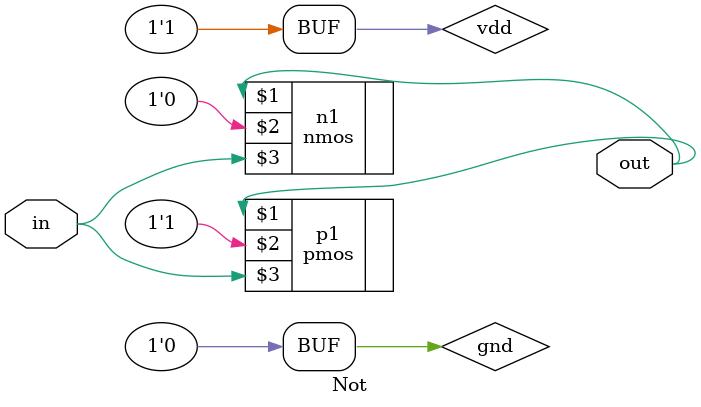
<source format=sv>
/* CMOS inverter
 *
 * See book by Yamin Li, Computer principles and design in Verilog HDL.
 *
 * ```
 *           +-------+-----+ vdd
 *                   |
 *               +   |
 *             + +---+
 *       +----o| |      p1
 *       |     + +---+
 *       |       +   |
 *       |           |
 *  +----+           +------+
 *       |           |
 *       |       +   |
 *       |     + +---+
 *       +-----+ |     n1
 *             + +---+
 *               +   |
 *                   |
 *                   |
 *         +---------+----+ gnd
 * ``` 
 *  
 */
module Not(
    output wire out, // out = ~in
    input wire in
);
    supply1 vdd; // logic 1 (power)
    supply0 gnd; // logic 0 (ground)

    // pmos (drain, source, gate);
    pmos p1 (out, vdd, in);

    // nmos (drain, source, gate);
    nmos n1 (out, gnd, in);

endmodule

</source>
